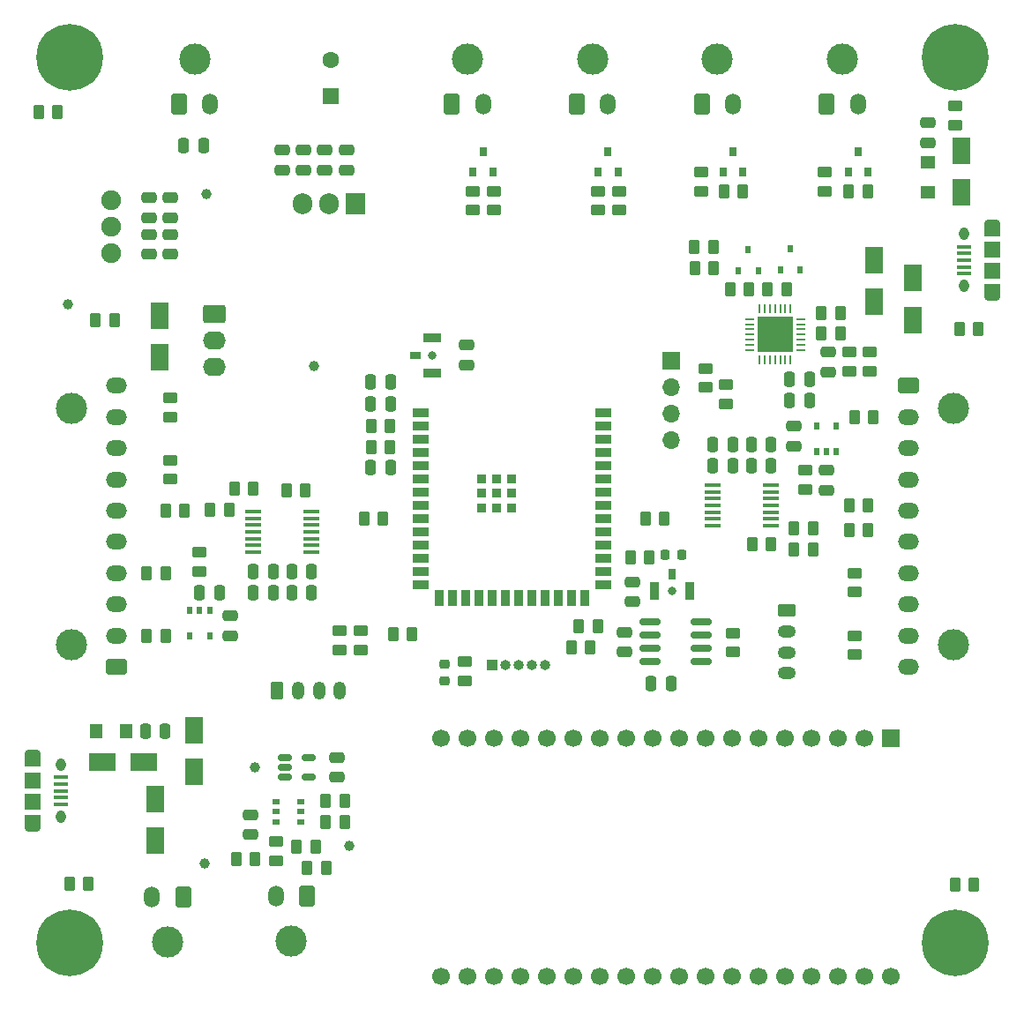
<source format=gts>
G04 #@! TF.GenerationSoftware,KiCad,Pcbnew,(6.0.6)*
G04 #@! TF.CreationDate,2023-04-23T20:46:21-02:30*
G04 #@! TF.ProjectId,ControlBoard,436f6e74-726f-46c4-926f-6172642e6b69,rev?*
G04 #@! TF.SameCoordinates,Original*
G04 #@! TF.FileFunction,Soldermask,Top*
G04 #@! TF.FilePolarity,Negative*
%FSLAX46Y46*%
G04 Gerber Fmt 4.6, Leading zero omitted, Abs format (unit mm)*
G04 Created by KiCad (PCBNEW (6.0.6)) date 2023-04-23 20:46:21*
%MOMM*%
%LPD*%
G01*
G04 APERTURE LIST*
G04 Aperture macros list*
%AMRoundRect*
0 Rectangle with rounded corners*
0 $1 Rounding radius*
0 $2 $3 $4 $5 $6 $7 $8 $9 X,Y pos of 4 corners*
0 Add a 4 corners polygon primitive as box body*
4,1,4,$2,$3,$4,$5,$6,$7,$8,$9,$2,$3,0*
0 Add four circle primitives for the rounded corners*
1,1,$1+$1,$2,$3*
1,1,$1+$1,$4,$5*
1,1,$1+$1,$6,$7*
1,1,$1+$1,$8,$9*
0 Add four rect primitives between the rounded corners*
20,1,$1+$1,$2,$3,$4,$5,0*
20,1,$1+$1,$4,$5,$6,$7,0*
20,1,$1+$1,$6,$7,$8,$9,0*
20,1,$1+$1,$8,$9,$2,$3,0*%
G04 Aperture macros list end*
%ADD10RoundRect,0.250000X-0.450000X0.262500X-0.450000X-0.262500X0.450000X-0.262500X0.450000X0.262500X0*%
%ADD11C,0.800000*%
%ADD12C,6.400000*%
%ADD13RoundRect,0.250000X0.262500X0.450000X-0.262500X0.450000X-0.262500X-0.450000X0.262500X-0.450000X0*%
%ADD14RoundRect,0.250000X-0.250000X-0.475000X0.250000X-0.475000X0.250000X0.475000X-0.250000X0.475000X0*%
%ADD15RoundRect,0.250000X0.475000X-0.250000X0.475000X0.250000X-0.475000X0.250000X-0.475000X-0.250000X0*%
%ADD16RoundRect,0.250000X0.250000X0.475000X-0.250000X0.475000X-0.250000X-0.475000X0.250000X-0.475000X0*%
%ADD17RoundRect,0.250000X-0.475000X0.250000X-0.475000X-0.250000X0.475000X-0.250000X0.475000X0.250000X0*%
%ADD18R,1.700000X1.700000*%
%ADD19O,1.700000X1.700000*%
%ADD20RoundRect,0.250000X-0.262500X-0.450000X0.262500X-0.450000X0.262500X0.450000X-0.262500X0.450000X0*%
%ADD21R,1.600000X0.350000*%
%ADD22C,3.000000*%
%ADD23RoundRect,0.250001X-0.499999X-0.759999X0.499999X-0.759999X0.499999X0.759999X-0.499999X0.759999X0*%
%ADD24O,1.500000X2.020000*%
%ADD25RoundRect,0.250000X0.450000X-0.262500X0.450000X0.262500X-0.450000X0.262500X-0.450000X-0.262500X0*%
%ADD26R,1.800000X2.500000*%
%ADD27R,1.600000X1.600000*%
%ADD28C,1.600000*%
%ADD29R,0.800000X0.900000*%
%ADD30R,0.800000X0.550000*%
%ADD31R,0.600000X0.800000*%
%ADD32RoundRect,0.062500X0.062500X-0.337500X0.062500X0.337500X-0.062500X0.337500X-0.062500X-0.337500X0*%
%ADD33RoundRect,0.062500X0.337500X-0.062500X0.337500X0.062500X-0.337500X0.062500X-0.337500X-0.062500X0*%
%ADD34R,3.350000X3.350000*%
%ADD35R,0.550000X0.800000*%
%ADD36C,1.000000*%
%ADD37R,2.500000X1.800000*%
%ADD38RoundRect,0.250001X0.759999X-0.499999X0.759999X0.499999X-0.759999X0.499999X-0.759999X-0.499999X0*%
%ADD39O,2.020000X1.500000*%
%ADD40RoundRect,0.250001X-0.759999X0.499999X-0.759999X-0.499999X0.759999X-0.499999X0.759999X0.499999X0*%
%ADD41R,0.900000X1.700000*%
%ADD42R,0.800000X1.100000*%
%ADD43R,1.350000X0.400000*%
%ADD44R,1.550000X1.200000*%
%ADD45O,1.550000X0.890000*%
%ADD46O,0.950000X1.250000*%
%ADD47R,1.550000X1.500000*%
%ADD48RoundRect,0.250001X0.499999X0.759999X-0.499999X0.759999X-0.499999X-0.759999X0.499999X-0.759999X0*%
%ADD49R,1.500000X0.900000*%
%ADD50R,0.900000X1.500000*%
%ADD51R,0.900000X0.900000*%
%ADD52R,1.700000X0.900000*%
%ADD53R,1.100000X0.800000*%
%ADD54RoundRect,0.250000X-0.845000X0.620000X-0.845000X-0.620000X0.845000X-0.620000X0.845000X0.620000X0*%
%ADD55O,2.190000X1.740000*%
%ADD56C,1.900000*%
%ADD57R,1.300000X1.400000*%
%ADD58RoundRect,0.150000X-0.512500X-0.150000X0.512500X-0.150000X0.512500X0.150000X-0.512500X0.150000X0*%
%ADD59C,1.700000*%
%ADD60R,1.905000X2.000000*%
%ADD61O,1.905000X2.000000*%
%ADD62RoundRect,0.250000X-0.350000X-0.625000X0.350000X-0.625000X0.350000X0.625000X-0.350000X0.625000X0*%
%ADD63O,1.200000X1.750000*%
%ADD64RoundRect,0.250000X-0.625000X0.350000X-0.625000X-0.350000X0.625000X-0.350000X0.625000X0.350000X0*%
%ADD65O,1.750000X1.200000*%
%ADD66RoundRect,0.218750X-0.256250X0.218750X-0.256250X-0.218750X0.256250X-0.218750X0.256250X0.218750X0*%
%ADD67RoundRect,0.218750X0.218750X0.256250X-0.218750X0.256250X-0.218750X-0.256250X0.218750X-0.256250X0*%
%ADD68R,1.400000X1.300000*%
%ADD69R,1.000000X1.000000*%
%ADD70O,1.000000X1.000000*%
%ADD71RoundRect,0.150000X-0.825000X-0.150000X0.825000X-0.150000X0.825000X0.150000X-0.825000X0.150000X0*%
G04 APERTURE END LIST*
D10*
X82925000Y-110025000D03*
X82925000Y-111850000D03*
X92925000Y-113012500D03*
X92925000Y-114837500D03*
D11*
X53302944Y-141697056D03*
X53302944Y-138302944D03*
D12*
X55000000Y-140000000D03*
D11*
X56697056Y-141697056D03*
X57400000Y-140000000D03*
X56697056Y-138302944D03*
X52600000Y-140000000D03*
X55000000Y-142400000D03*
X55000000Y-137600000D03*
D13*
X53862500Y-60250000D03*
X52037500Y-60250000D03*
D14*
X83900000Y-86150000D03*
X85800000Y-86150000D03*
D15*
X72400000Y-129600000D03*
X72400000Y-127700000D03*
D10*
X129825000Y-83287500D03*
X129825000Y-85112500D03*
D14*
X116775000Y-94200000D03*
X118675000Y-94200000D03*
D10*
X115650000Y-66012500D03*
X115650000Y-67837500D03*
D16*
X85825000Y-94375000D03*
X83925000Y-94375000D03*
D15*
X64675000Y-73875000D03*
X64675000Y-71975000D03*
D17*
X62625000Y-71975000D03*
X62625000Y-73875000D03*
D10*
X105750000Y-67837500D03*
X105750000Y-69662500D03*
D18*
X112800000Y-84145000D03*
D19*
X112800000Y-86685000D03*
X112800000Y-89225000D03*
X112800000Y-91765000D03*
D10*
X130350000Y-104500000D03*
X130350000Y-106325000D03*
D20*
X122000000Y-77275000D03*
X123825000Y-77275000D03*
D21*
X116755000Y-96030000D03*
X116755000Y-96680000D03*
X116755000Y-97330000D03*
X116755000Y-97980000D03*
X116755000Y-98630000D03*
X116755000Y-99280000D03*
X116755000Y-99930000D03*
X122355000Y-99930000D03*
X122355000Y-99280000D03*
X122355000Y-98630000D03*
X122355000Y-97980000D03*
X122355000Y-97330000D03*
X122355000Y-96680000D03*
X122355000Y-96030000D03*
D22*
X67025000Y-55175000D03*
D23*
X65525000Y-59495000D03*
D24*
X68525000Y-59495000D03*
D15*
X64675000Y-70375000D03*
X64675000Y-68475000D03*
D25*
X107750000Y-69662500D03*
X107750000Y-67837500D03*
D13*
X85787500Y-92375000D03*
X83962500Y-92375000D03*
D14*
X124125000Y-85850000D03*
X126025000Y-85850000D03*
D13*
X85762500Y-90375000D03*
X83937500Y-90375000D03*
D26*
X132275000Y-74425000D03*
X132275000Y-78425000D03*
D13*
X116850000Y-75175000D03*
X115025000Y-75175000D03*
D20*
X139987500Y-134425000D03*
X141812500Y-134425000D03*
D27*
X80050000Y-58727651D03*
D28*
X80050000Y-55227651D03*
D10*
X93750000Y-67837500D03*
X93750000Y-69662500D03*
D25*
X64650000Y-89512500D03*
X64650000Y-87687500D03*
D14*
X110850000Y-115125000D03*
X112750000Y-115125000D03*
D11*
X138302944Y-138302944D03*
X138302944Y-141697056D03*
X140000000Y-137600000D03*
X142400000Y-140000000D03*
X141697056Y-141697056D03*
X137600000Y-140000000D03*
X141697056Y-138302944D03*
X140000000Y-142400000D03*
D12*
X140000000Y-140000000D03*
D15*
X62625000Y-70375000D03*
X62625000Y-68475000D03*
D20*
X103187500Y-111650000D03*
X105012500Y-111650000D03*
D29*
X117750000Y-66000000D03*
X119650000Y-66000000D03*
X118700000Y-64000000D03*
D16*
X122350000Y-92175000D03*
X120450000Y-92175000D03*
D13*
X78625000Y-130775000D03*
X76800000Y-130775000D03*
D20*
X79575000Y-128350000D03*
X81400000Y-128350000D03*
X86062500Y-110350000D03*
X87887500Y-110350000D03*
X127187500Y-79525000D03*
X129012500Y-79525000D03*
D30*
X77237500Y-128350000D03*
X77237500Y-127400000D03*
X77237500Y-126450000D03*
X74837500Y-126450000D03*
X74837500Y-127400000D03*
X74837500Y-128350000D03*
D26*
X63200000Y-126150000D03*
X63200000Y-130150000D03*
D13*
X112112500Y-99250000D03*
X110287500Y-99250000D03*
D31*
X119212500Y-75435000D03*
X121112500Y-75435000D03*
X120162500Y-73415000D03*
D32*
X121225000Y-84050000D03*
X121725000Y-84050000D03*
X122225000Y-84050000D03*
X122725000Y-84050000D03*
X123225000Y-84050000D03*
X123725000Y-84050000D03*
X124225000Y-84050000D03*
D33*
X125175000Y-83100000D03*
X125175000Y-82600000D03*
X125175000Y-82100000D03*
X125175000Y-81600000D03*
X125175000Y-81100000D03*
X125175000Y-80600000D03*
X125175000Y-80100000D03*
D32*
X124225000Y-79150000D03*
X123725000Y-79150000D03*
X123225000Y-79150000D03*
X122725000Y-79150000D03*
X122225000Y-79150000D03*
X121725000Y-79150000D03*
X121225000Y-79150000D03*
D33*
X120275000Y-80100000D03*
X120275000Y-80600000D03*
X120275000Y-81100000D03*
X120275000Y-81600000D03*
X120275000Y-82100000D03*
X120275000Y-82600000D03*
X120275000Y-83100000D03*
D34*
X122725000Y-81600000D03*
D16*
X78250000Y-106375000D03*
X76350000Y-106375000D03*
D35*
X68450000Y-108100000D03*
X67500000Y-108100000D03*
X66550000Y-108100000D03*
X66550000Y-110500000D03*
X68450000Y-110500000D03*
D15*
X79525000Y-65800000D03*
X79525000Y-63900000D03*
D13*
X116825000Y-73150000D03*
X115000000Y-73150000D03*
D20*
X117812500Y-67850000D03*
X119637500Y-67850000D03*
D29*
X129750000Y-66000000D03*
X131650000Y-66000000D03*
X130700000Y-64000000D03*
D26*
X135950000Y-76175000D03*
X135950000Y-80175000D03*
D20*
X55012500Y-134325000D03*
X56837500Y-134325000D03*
X79575000Y-126375000D03*
X81400000Y-126375000D03*
X64212500Y-98500000D03*
X66037500Y-98500000D03*
D17*
X137400000Y-61275000D03*
X137400000Y-63175000D03*
D14*
X72650000Y-106375000D03*
X74550000Y-106375000D03*
D36*
X67975000Y-132350000D03*
D35*
X126725000Y-92800000D03*
X127675000Y-92800000D03*
X128625000Y-92800000D03*
X128625000Y-90400000D03*
X126725000Y-90400000D03*
D16*
X78250000Y-104325000D03*
X76350000Y-104325000D03*
D29*
X105750000Y-66000000D03*
X107650000Y-66000000D03*
X106700000Y-64000000D03*
D14*
X72650000Y-104325000D03*
X74550000Y-104325000D03*
D10*
X127500000Y-65987500D03*
X127500000Y-67812500D03*
D11*
X55000000Y-57400000D03*
D12*
X55000000Y-55000000D03*
D11*
X53302944Y-56697056D03*
X56697056Y-56697056D03*
X55000000Y-52600000D03*
X57400000Y-55000000D03*
X53302944Y-53302944D03*
X56697056Y-53302944D03*
X52600000Y-55000000D03*
D37*
X58135000Y-122625000D03*
X62135000Y-122625000D03*
D10*
X140000000Y-59650000D03*
X140000000Y-61475000D03*
D20*
X83262500Y-99250000D03*
X85087500Y-99250000D03*
D13*
X72637500Y-96400000D03*
X70812500Y-96400000D03*
D22*
X55175000Y-88650000D03*
X55175000Y-111350000D03*
D38*
X59495000Y-113500000D03*
D39*
X59495000Y-110500000D03*
X59495000Y-107500000D03*
X59495000Y-104500000D03*
X59495000Y-101500000D03*
X59495000Y-98500000D03*
X59495000Y-95500000D03*
X59495000Y-92500000D03*
X59495000Y-89500000D03*
X59495000Y-86500000D03*
D15*
X108250000Y-112050000D03*
X108250000Y-110150000D03*
D22*
X139825000Y-111350000D03*
X139825000Y-88650000D03*
D40*
X135505000Y-86500000D03*
D39*
X135505000Y-89500000D03*
X135505000Y-92500000D03*
X135505000Y-95500000D03*
X135505000Y-98500000D03*
X135505000Y-101500000D03*
X135505000Y-104500000D03*
X135505000Y-107500000D03*
X135505000Y-110500000D03*
X135505000Y-113500000D03*
D25*
X64650000Y-95487500D03*
X64650000Y-93662500D03*
D20*
X62412500Y-104500000D03*
X64237500Y-104500000D03*
D11*
X112875000Y-106225000D03*
D41*
X114575000Y-106225000D03*
X111175000Y-106225000D03*
D42*
X112875000Y-104585000D03*
D20*
X62412500Y-110500000D03*
X64237500Y-110500000D03*
D43*
X140850000Y-75750000D03*
X140850000Y-75100000D03*
X140850000Y-74450000D03*
X140850000Y-73800000D03*
X140850000Y-73150000D03*
D44*
X143550000Y-77350000D03*
D45*
X143550000Y-77950000D03*
D46*
X140850000Y-71950000D03*
D47*
X143550000Y-75450000D03*
X143550000Y-73450000D03*
D44*
X143550000Y-71550000D03*
D46*
X140850000Y-76950000D03*
D45*
X143550000Y-70950000D03*
D36*
X54850000Y-78650000D03*
D21*
X78245000Y-102470000D03*
X78245000Y-101820000D03*
X78245000Y-101170000D03*
X78245000Y-100520000D03*
X78245000Y-99870000D03*
X78245000Y-99220000D03*
X78245000Y-98570000D03*
X72645000Y-98570000D03*
X72645000Y-99220000D03*
X72645000Y-99870000D03*
X72645000Y-100520000D03*
X72645000Y-101170000D03*
X72645000Y-101820000D03*
X72645000Y-102470000D03*
D13*
X70312500Y-98400000D03*
X68487500Y-98400000D03*
D22*
X64425000Y-139875000D03*
D48*
X65925000Y-135555000D03*
D24*
X62925000Y-135555000D03*
D22*
X76300000Y-139850000D03*
D48*
X77800000Y-135530000D03*
D24*
X74800000Y-135530000D03*
D22*
X105200000Y-55175000D03*
D23*
X103700000Y-59495000D03*
D24*
X106700000Y-59495000D03*
D10*
X118725000Y-110262500D03*
X118725000Y-112087500D03*
D26*
X140600000Y-67950000D03*
X140600000Y-63950000D03*
D49*
X88750000Y-89090000D03*
X88750000Y-90360000D03*
X88750000Y-91630000D03*
X88750000Y-92900000D03*
X88750000Y-94170000D03*
X88750000Y-95440000D03*
X88750000Y-96710000D03*
X88750000Y-97980000D03*
X88750000Y-99250000D03*
X88750000Y-100520000D03*
X88750000Y-101790000D03*
X88750000Y-103060000D03*
X88750000Y-104330000D03*
X88750000Y-105600000D03*
D50*
X90515000Y-106850000D03*
X91785000Y-106850000D03*
X93055000Y-106850000D03*
X94325000Y-106850000D03*
X95595000Y-106850000D03*
X96865000Y-106850000D03*
X98135000Y-106850000D03*
X99405000Y-106850000D03*
X100675000Y-106850000D03*
X101945000Y-106850000D03*
X103215000Y-106850000D03*
X104485000Y-106850000D03*
D49*
X106250000Y-105600000D03*
X106250000Y-104330000D03*
X106250000Y-103060000D03*
X106250000Y-101790000D03*
X106250000Y-100520000D03*
X106250000Y-99250000D03*
X106250000Y-97980000D03*
X106250000Y-96710000D03*
X106250000Y-95440000D03*
X106250000Y-94170000D03*
X106250000Y-92900000D03*
X106250000Y-91630000D03*
X106250000Y-90360000D03*
X106250000Y-89090000D03*
D51*
X94600000Y-95410000D03*
X96000000Y-95410000D03*
X97400000Y-95410000D03*
X94600000Y-96810000D03*
X96000000Y-96810000D03*
X97400000Y-96810000D03*
X94600000Y-98210000D03*
X96000000Y-98210000D03*
X97400000Y-98210000D03*
D11*
X89850000Y-83575000D03*
D52*
X89850000Y-81875000D03*
X89850000Y-85275000D03*
D53*
X88210000Y-83575000D03*
D54*
X68900000Y-79625000D03*
D55*
X68900000Y-82165000D03*
X68900000Y-84705000D03*
D13*
X131662500Y-97975000D03*
X129837500Y-97975000D03*
D56*
X59041079Y-68668921D03*
X59041079Y-71208921D03*
X59041079Y-73748921D03*
D16*
X64200000Y-119625000D03*
X62300000Y-119625000D03*
D17*
X77475000Y-63900000D03*
X77475000Y-65800000D03*
D15*
X124575000Y-92300000D03*
X124575000Y-90400000D03*
D13*
X131662500Y-100350000D03*
X129837500Y-100350000D03*
D16*
X122350000Y-94200000D03*
X120450000Y-94200000D03*
D25*
X95750000Y-69662500D03*
X95750000Y-67837500D03*
D13*
X79637500Y-132775000D03*
X77812500Y-132775000D03*
D26*
X67000000Y-123575000D03*
X67000000Y-119575000D03*
D13*
X120250000Y-77275000D03*
X118425000Y-77275000D03*
D43*
X54150000Y-124100000D03*
X54150000Y-124750000D03*
X54150000Y-125400000D03*
X54150000Y-126050000D03*
X54150000Y-126700000D03*
D45*
X51450000Y-121900000D03*
D44*
X51450000Y-128300000D03*
D46*
X54150000Y-127900000D03*
D45*
X51450000Y-128900000D03*
D47*
X51450000Y-126400000D03*
D44*
X51450000Y-122500000D03*
D46*
X54150000Y-122900000D03*
D47*
X51450000Y-124400000D03*
D36*
X81825000Y-130675000D03*
D15*
X109050000Y-107250000D03*
X109050000Y-105350000D03*
D22*
X93200000Y-55175000D03*
D23*
X91700000Y-59495000D03*
D24*
X94700000Y-59495000D03*
D36*
X78450000Y-84625000D03*
D13*
X129012500Y-81500000D03*
X127187500Y-81500000D03*
D25*
X118050000Y-88237500D03*
X118050000Y-86412500D03*
D57*
X60425000Y-119625000D03*
X57525000Y-119625000D03*
D58*
X75687500Y-122200000D03*
X75687500Y-123150000D03*
X75687500Y-124100000D03*
X77962500Y-124100000D03*
X77962500Y-122200000D03*
D14*
X67500000Y-106350000D03*
X69400000Y-106350000D03*
D20*
X75837500Y-96575000D03*
X77662500Y-96575000D03*
D13*
X72837500Y-131925000D03*
X71012500Y-131925000D03*
D16*
X67850000Y-63425000D03*
X65950000Y-63425000D03*
D25*
X131800000Y-85112500D03*
X131800000Y-83287500D03*
D26*
X63625000Y-79750000D03*
X63625000Y-83750000D03*
D18*
X133850000Y-120320000D03*
D59*
X131310000Y-120320000D03*
X128770000Y-120320000D03*
X126230000Y-120320000D03*
X123690000Y-120320000D03*
X121150000Y-120320000D03*
X118610000Y-120320000D03*
X116070000Y-120320000D03*
X113530000Y-120320000D03*
X110990000Y-120320000D03*
X108450000Y-120320000D03*
X105910000Y-120320000D03*
X103370000Y-120320000D03*
X100830000Y-120320000D03*
X98290000Y-120320000D03*
X95750000Y-120320000D03*
X93210000Y-120320000D03*
X90670000Y-120320000D03*
X133850000Y-143180000D03*
X131310000Y-143180000D03*
X128770000Y-143180000D03*
X126230000Y-143180000D03*
X123690000Y-143180000D03*
X121150000Y-143180000D03*
X118610000Y-143180000D03*
X116070000Y-143180000D03*
X113530000Y-143180000D03*
X110990000Y-143180000D03*
X108450000Y-143180000D03*
X105910000Y-143180000D03*
X103370000Y-143180000D03*
X100830000Y-143180000D03*
X98290000Y-143180000D03*
X95750000Y-143180000D03*
X93210000Y-143180000D03*
X90670000Y-143180000D03*
D20*
X124562500Y-102200000D03*
X126387500Y-102200000D03*
X108837500Y-103000000D03*
X110662500Y-103000000D03*
D25*
X74812500Y-132087500D03*
X74812500Y-130262500D03*
D10*
X80950000Y-110025000D03*
X80950000Y-111850000D03*
D17*
X127825000Y-83275000D03*
X127825000Y-85175000D03*
D14*
X124125000Y-87925000D03*
X126025000Y-87925000D03*
D17*
X127675000Y-94625000D03*
X127675000Y-96525000D03*
D10*
X67500000Y-102512500D03*
X67500000Y-104337500D03*
D22*
X129200000Y-55175000D03*
D23*
X127700000Y-59495000D03*
D24*
X130700000Y-59495000D03*
D60*
X82465000Y-69030000D03*
D61*
X79925000Y-69030000D03*
X77385000Y-69030000D03*
D62*
X74950000Y-115800000D03*
D63*
X76950000Y-115800000D03*
X78950000Y-115800000D03*
X80950000Y-115800000D03*
D25*
X116050000Y-86687500D03*
X116050000Y-84862500D03*
D64*
X123850000Y-108100000D03*
D65*
X123850000Y-110100000D03*
X123850000Y-112100000D03*
X123850000Y-114100000D03*
D10*
X130350000Y-110500000D03*
X130350000Y-112325000D03*
D13*
X122362500Y-101725000D03*
X120537500Y-101725000D03*
D25*
X125650000Y-96462500D03*
X125650000Y-94637500D03*
D13*
X132187500Y-89500000D03*
X130362500Y-89500000D03*
X142262500Y-81075000D03*
X140437500Y-81075000D03*
D66*
X91000000Y-113262500D03*
X91000000Y-114837500D03*
D13*
X59337500Y-80250000D03*
X57512500Y-80250000D03*
D14*
X83900000Y-88275000D03*
X85800000Y-88275000D03*
D12*
X140000000Y-55000000D03*
D11*
X137600000Y-55000000D03*
X140000000Y-52600000D03*
X141697056Y-53302944D03*
X141697056Y-56697056D03*
X142400000Y-55000000D03*
X138302944Y-56697056D03*
X138302944Y-53302944D03*
X140000000Y-57400000D03*
D36*
X68150000Y-68100000D03*
D20*
X129812500Y-67825000D03*
X131637500Y-67825000D03*
D31*
X123262500Y-75410000D03*
X125162500Y-75410000D03*
X124212500Y-73390000D03*
D14*
X116775000Y-92175000D03*
X118675000Y-92175000D03*
D20*
X124562500Y-100225000D03*
X126387500Y-100225000D03*
D29*
X93750000Y-66000000D03*
X95650000Y-66000000D03*
X94700000Y-64000000D03*
D67*
X113787500Y-102775000D03*
X112212500Y-102775000D03*
D15*
X81575000Y-65800000D03*
X81575000Y-63900000D03*
D68*
X137375000Y-65050000D03*
X137375000Y-67950000D03*
D20*
X103912500Y-109625000D03*
X105737500Y-109625000D03*
D69*
X95600000Y-113325000D03*
D70*
X96870000Y-113325000D03*
X98140000Y-113325000D03*
X99410000Y-113325000D03*
X100680000Y-113325000D03*
D22*
X117200000Y-55175000D03*
D23*
X115700000Y-59495000D03*
D24*
X118700000Y-59495000D03*
D36*
X72775000Y-123150000D03*
D17*
X70425000Y-108600000D03*
X70425000Y-110500000D03*
X93125000Y-82600000D03*
X93125000Y-84500000D03*
X75425000Y-63900000D03*
X75425000Y-65800000D03*
D71*
X110725000Y-109195000D03*
X110725000Y-110465000D03*
X110725000Y-111735000D03*
X110725000Y-113005000D03*
X115675000Y-113005000D03*
X115675000Y-111735000D03*
X115675000Y-110465000D03*
X115675000Y-109195000D03*
D17*
X80650000Y-122200000D03*
X80650000Y-124100000D03*
M02*

</source>
